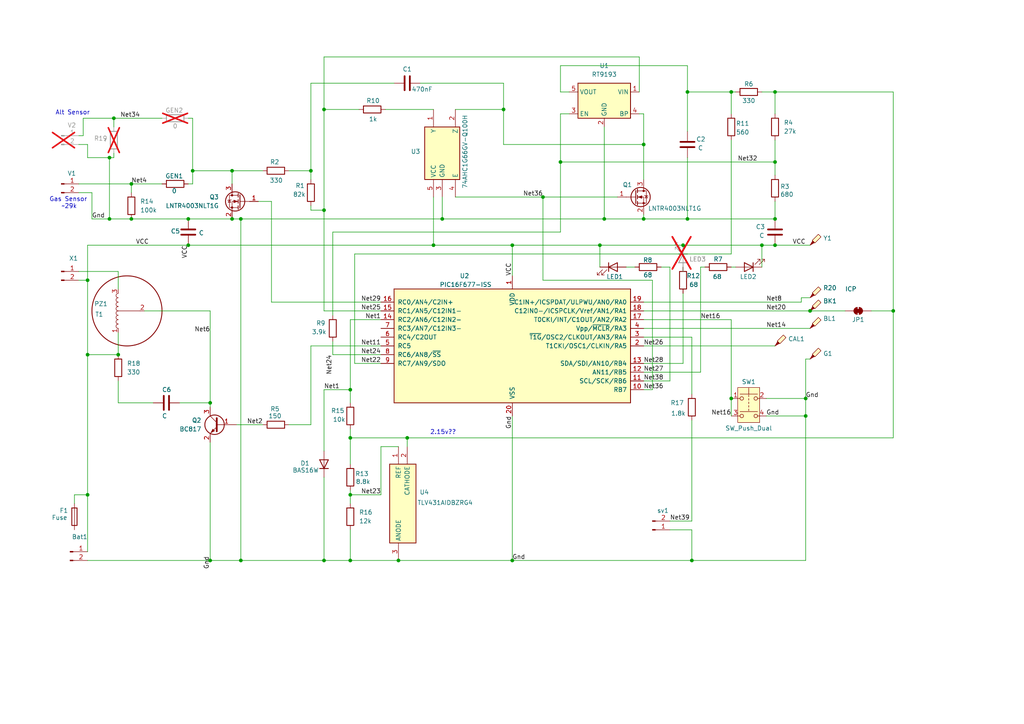
<source format=kicad_sch>
(kicad_sch (version 20231120) (generator "eeschema") (generator_version "8.0")
  (paper "A4")
  (lib_symbols
    (symbol "AlarmLibrary:74AHC1G66GV-Q100H"
      (property "Reference" "U3" (at 11.176 -2.54 90))
      (property "Value" "74AHC1G66GV-Q100H" (at 13.208 -2.286 90))
      (symbol "74AHC1G66GV-Q100H_1_1"
        (rectangle (start 5.08 2.54) (end 20.32 -7.62) (stroke (width 0.254)) (fill (type background)))
        (pin passive line (at 0 0 0) (length 5.08) (name "Y") (number "1"))
        (pin passive line (at 0 -6.35 0) (length 5.08) (name "Z") (number "2"))
        (pin passive line (at 25.4 -2.54 180) (length 5.08) (name "GND") (number "3"))
        (pin passive line (at 25.4 -6.35 180) (length 5.08) (name "E") (number "4"))
        (pin passive line (at 25.4 0 180) (length 5.08) (name "VCC") (number "5"))
      )
    )
    (symbol "AlarmLibrary:LNTR4003NLT1G" (pin_names hide)
      (property "Reference" "Q" (at 5.08 1.905 0))
      (property "Value" "LNTR4003NLT1G" (at 5.08 0 0))
      (symbol "LNTR4003NLT1G_0_1"
        (polyline (pts (xy 0.254 0) (xy -2.54 0)))
        (polyline (pts (xy 0.254 1.905) (xy 0.254 -1.905)) (stroke (width 0.254)))
        (polyline (pts (xy 0.762 -1.27) (xy 0.762 -2.286)) (stroke (width 0.254)))
        (polyline (pts (xy 0.762 0.508) (xy 0.762 -0.508)) (stroke (width 0.254)))
        (polyline (pts (xy 0.762 2.286) (xy 0.762 1.27)) (stroke (width 0.254)))
        (polyline (pts (xy 2.54 2.54) (xy 2.54 1.778)))
        (polyline (pts (xy 2.54 -2.54) (xy 2.54 0) (xy 0.762 0)))
        (polyline (pts (xy 0.762 -1.778) (xy 3.302 -1.778) (xy 3.302 1.778) (xy 0.762 1.778)))
        (polyline (pts (xy 1.016 0) (xy 2.032 0.381) (xy 2.032 -0.381) (xy 1.016 0)) (fill (type outline)))
        (polyline (pts (xy 2.794 0.508) (xy 2.921 0.381) (xy 3.683 0.381) (xy 3.81 0.254)))
        (polyline (pts (xy 3.302 0.381) (xy 2.921 -0.254) (xy 3.683 -0.254) (xy 3.302 0.381)))
        (circle (center 1.651 0) (radius 2.794) (stroke (width 0.254)))
        (circle (center 2.54 -1.778) (radius 0.254) (fill (type outline)))
        (circle (center 2.54 1.778) (radius 0.254) (fill (type outline)))
      )
      (symbol "LNTR4003NLT1G_1_1"
        (pin input line (at -5.08 0 0) (length 2.54) (name "G") (number "1"))
        (pin passive line (at 2.54 -5.08 90) (length 2.54) (name "S") (number "2"))
        (pin passive line (at 2.54 5.08 270) (length 2.54) (name "D") (number "3"))
      )
    )
    (symbol "AlarmLibrary:PZ1" (pin_names (offset 0) hide)
      (property "Reference" "T" (at -3.302 5.334 0))
      (property "Value" "PZ1" (at -5.08 3.048 0))
      (symbol "PZ1_0_1"
        (polyline (pts (xy -3.81 0) (xy 2.54 0)))
        (circle (center 0 0) (radius 10.16) (stroke (width 0.254)))
        (arc (start 2.54 -5.08) (mid 3.1723 -4.445) (end 2.54 -3.81))
        (arc (start 2.54 -3.81) (mid 3.1723 -3.175) (end 2.54 -2.54))
        (arc (start 2.54 -2.54) (mid 3.1723 -1.905) (end 2.54 -1.27))
        (arc (start 2.54 -1.27) (mid 3.1723 -0.635) (end 2.54 0))
        (arc (start 2.54 0) (mid 3.1723 0.635) (end 2.54 1.27))
        (arc (start 2.54 1.27) (mid 3.1723 1.905) (end 2.54 2.54))
        (arc (start 2.54 2.54) (mid 3.1723 3.175) (end 2.54 3.81))
        (arc (start 2.54 3.81) (mid 3.1723 4.445) (end 2.54 5.08))
      )
      (symbol "PZ1_1_1"
        (pin passive line (at 2.54 6.35 270) (length 1.27) (name "1") (number "1"))
        (pin passive line (at -5.08 0 0) (length 1.27) (name "2") (number "2"))
        (pin passive line (at 2.54 -6.35 90) (length 1.27) (name "3") (number "3"))
      )
    )
    (symbol "AlarmLibrary:RT9193"
      (property "Reference" "U" (at 0 10.16 0))
      (property "Value" "RT9193" (at 0 7.62 0))
      (symbol "RT9193_0_1"
        (rectangle (start -7.62 5.08) (end 7.62 -5.08) (stroke (width 0.254)) (fill (type background)))
      )
      (symbol "RT9193_1_1"
        (pin power_in line (at 10.16 2.54 180) (length 2.54) (name "VIN") (number "1"))
        (pin power_in line (at 0 -7.62 90) (length 2.54) (name "GND") (number "2"))
        (pin input line (at -10.16 -3.81 0) (length 2.54) (name "EN") (number "3"))
        (pin passive line (at 10.16 -3.81 180) (length 2.54) (name "BP") (number "4"))
        (pin power_out line (at -10.16 2.54 0) (length 2.54) (name "VOUT") (number "5"))
      )
    )
    (symbol "Connector:Conn_01x02_Pin" (pin_names (offset 1.016) hide)
      (property "Reference" "J" (at 0 2.54 0))
      (property "Value" "Conn_01x02_Pin" (at 0 -5.08 0))
      (symbol "Conn_01x02_Pin_1_1"
        (polyline (pts (xy 1.27 -2.54) (xy 0.8636 -2.54)) (stroke (width 0.1524)))
        (polyline (pts (xy 1.27 0) (xy 0.8636 0)) (stroke (width 0.1524)))
        (rectangle (start 0.8636 -2.413) (end 0 -2.667) (stroke (width 0.1524)) (fill (type outline)))
        (rectangle (start 0.8636 0.127) (end 0 -0.127) (stroke (width 0.1524)) (fill (type outline)))
        (pin passive line (at 5.08 0 180) (length 3.81) (name "Pin_1") (number "1"))
        (pin passive line (at 5.08 -2.54 180) (length 3.81) (name "Pin_2") (number "2"))
      )
    )
    (symbol "Connector:TestPoint_Probe" (pin_numbers hide) (pin_names (offset 0.762) hide)
      (property "Reference" "TP" (at 1.651 5.842 0))
      (property "Value" "TestPoint_Probe" (at 1.651 4.064 0))
      (symbol "TestPoint_Probe_0_1"
        (polyline (pts (xy 1.27 0.762) (xy 0 0) (xy 0.762 1.27) (xy 1.27 0.762)) (fill (type outline)))
        (polyline (pts (xy 1.397 0.635) (xy 0.635 1.397) (xy 2.413 3.175) (xy 3.175 2.413) (xy 1.397 0.635)) (fill (type background)))
      )
      (symbol "TestPoint_Probe_1_1"
        (pin passive line (at 0 0 90) (length 0) (name "1") (number "1"))
      )
    )
    (symbol "Device:C" (pin_numbers hide) (pin_names (offset 0.254))
      (property "Reference" "C" (at 0.635 2.54 0))
      (property "Value" "C" (at 0.635 -2.54 0))
      (symbol "C_0_1"
        (polyline (pts (xy -2.032 -0.762) (xy 2.032 -0.762)) (stroke (width 0.508)))
        (polyline (pts (xy -2.032 0.762) (xy 2.032 0.762)) (stroke (width 0.508)))
      )
      (symbol "C_1_1"
        (pin passive line (at 0 3.81 270) (length 2.794) (name "~") (number "1"))
        (pin passive line (at 0 -3.81 90) (length 2.794) (name "~") (number "2"))
      )
    )
    (symbol "Device:Fuse" (pin_numbers hide) (pin_names (offset 0))
      (property "Reference" "F" (at 2.032 0 90))
      (property "Value" "Fuse" (at -1.905 0 90))
      (symbol "Fuse_0_1"
        (rectangle (start -0.762 -2.54) (end 0.762 2.54) (stroke (width 0.254)))
        (polyline (pts (xy 0 2.54) (xy 0 -2.54)))
      )
      (symbol "Fuse_1_1"
        (pin passive line (at 0 3.81 270) (length 1.27) (name "~") (number "1"))
        (pin passive line (at 0 -3.81 90) (length 1.27) (name "~") (number "2"))
      )
    )
    (symbol "Device:LED" (pin_numbers hide) (pin_names (offset 1.016) hide)
      (property "Reference" "D" (at 0 2.54 0))
      (property "Value" "LED" (at 0 -2.54 0))
      (symbol "LED_0_1"
        (polyline (pts (xy -1.27 -1.27) (xy -1.27 1.27)) (stroke (width 0.254)))
        (polyline (pts (xy -1.27 0) (xy 1.27 0)))
        (polyline (pts (xy 1.27 -1.27) (xy 1.27 1.27) (xy -1.27 0) (xy 1.27 -1.27)) (stroke (width 0.254)))
        (polyline (pts (xy -3.048 -0.762) (xy -4.572 -2.286) (xy -3.81 -2.286) (xy -4.572 -2.286) (xy -4.572 -1.524)))
        (polyline (pts (xy -1.778 -0.762) (xy -3.302 -2.286) (xy -2.54 -2.286) (xy -3.302 -2.286) (xy -3.302 -1.524)))
      )
      (symbol "LED_1_1"
        (pin passive line (at -3.81 0 0) (length 2.54) (name "K") (number "1"))
        (pin passive line (at 3.81 0 180) (length 2.54) (name "A") (number "2"))
      )
    )
    (symbol "Device:R" (pin_numbers hide) (pin_names (offset 0))
      (property "Reference" "R" (at 2.032 0 90))
      (property "Value" "R" (at 0 0 90))
      (symbol "R_0_1"
        (rectangle (start -1.016 -2.54) (end 1.016 2.54) (stroke (width 0.254)))
      )
      (symbol "R_1_1"
        (pin passive line (at 0 3.81 270) (length 1.27) (name "~") (number "1"))
        (pin passive line (at 0 -3.81 90) (length 1.27) (name "~") (number "2"))
      )
    )
    (symbol "Diode:BAS16W" (pin_numbers hide) (pin_names hide)
      (property "Reference" "D" (at 0 2.54 0))
      (property "Value" "BAS16W" (at 0 -2.54 0))
      (symbol "BAS16W_0_1"
        (polyline (pts (xy -1.27 1.27) (xy -1.27 -1.27)) (stroke (width 0.254)))
        (polyline (pts (xy 1.27 0) (xy -1.27 0)))
        (polyline (pts (xy 1.27 1.27) (xy 1.27 -1.27) (xy -1.27 0) (xy 1.27 1.27)) (stroke (width 0.254)))
      )
      (symbol "BAS16W_1_1"
        (pin passive line (at 3.81 0 180) (length 2.54) (name "A") (number "1"))
        (pin no_connect line (at -1.27 0 0) (length 2.54) hide (name "NC") (number "2"))
        (pin passive line (at -3.81 0 0) (length 2.54) (name "K") (number "3"))
      )
    )
    (symbol "Jumper:SolderJumper_2_Bridged" (pin_numbers hide) (pin_names (offset 0) hide) (exclude_from_sim yes) (in_bom no)
      (property "Reference" "JP" (at 0 2.032 0))
      (property "Value" "SolderJumper_2_Bridged" (at 0 -2.54 0))
      (symbol "SolderJumper_2_Bridged_0_1"
        (rectangle (start -0.508 0.508) (end 0.508 -0.508) (fill (type outline)))
        (arc (start -0.254 1.016) (mid -1.2656 0) (end -0.254 -1.016))
        (arc (start -0.254 1.016) (mid -1.2656 0) (end -0.254 -1.016) (fill (type outline)))
        (polyline (pts (xy -0.254 1.016) (xy -0.254 -1.016)))
        (polyline (pts (xy 0.254 1.016) (xy 0.254 -1.016)))
        (arc (start 0.254 -1.016) (mid 1.2656 0) (end 0.254 1.016))
        (arc (start 0.254 -1.016) (mid 1.2656 0) (end 0.254 1.016) (fill (type outline)))
      )
      (symbol "SolderJumper_2_Bridged_1_1"
        (pin passive line (at -3.81 0 0) (length 2.54) (name "A") (number "1"))
        (pin passive line (at 3.81 0 180) (length 2.54) (name "B") (number "2"))
      )
    )
    (symbol "MCU_Microchip_PIC16:PIC16F677-ISS" (pin_names (offset 1.016))
      (property "Reference" "U" (at 16.51 20.32 0))
      (property "Value" "PIC16F677-ISS" (at 16.51 17.78 0))
      (symbol "PIC16F677-ISS_0_1"
        (rectangle (start -34.29 16.51) (end 34.29 -16.51) (stroke (width 0.254)) (fill (type background)))
      )
      (symbol "PIC16F677-ISS_1_1"
        (pin power_in line (at 0 20.32 270) (length 3.81) (name "VDD") (number "1"))
        (pin bidirectional line (at 38.1 -12.7 180) (length 3.81) (name "RB7") (number "10"))
        (pin bidirectional line (at 38.1 -10.16 180) (length 3.81) (name "SCL/SCK/RB6") (number "11"))
        (pin bidirectional line (at 38.1 -7.62 180) (length 3.81) (name "AN11/RB5") (number "12"))
        (pin bidirectional line (at 38.1 -5.08 180) (length 3.81) (name "SDA/SDI/AN10/RB4") (number "13"))
        (pin bidirectional line (at -38.1 7.62 0) (length 3.81) (name "RC2/AN6/C12IN2-") (number "14"))
        (pin bidirectional line (at -38.1 10.16 0) (length 3.81) (name "RC1/AN5/C12IN1-") (number "15"))
        (pin bidirectional line (at -38.1 12.7 0) (length 3.81) (name "RC0/AN4/C2IN+") (number "16"))
        (pin bidirectional line (at 38.1 7.62 180) (length 3.81) (name "T0CKI/INT/C1OUT/AN2/RA2") (number "17"))
        (pin bidirectional line (at 38.1 10.16 180) (length 3.81) (name "C12IN0-/ICSPCLK/Vref/AN1/RA1") (number "18"))
        (pin bidirectional line (at 38.1 12.7 180) (length 3.81) (name "C1IN+/ICSPDAT/ULPWU/AN0/RA0") (number "19"))
        (pin bidirectional line (at 38.1 0 180) (length 3.81) (name "T1CKI/OSC1/CLKIN/RA5") (number "2"))
        (pin power_in line (at 0 -20.32 90) (length 3.81) (name "VSS") (number "20"))
        (pin bidirectional line (at 38.1 2.54 180) (length 3.81) (name "~{T1G}/OSC2/CLKOUT/AN3/RA4") (number "3"))
        (pin input line (at 38.1 5.08 180) (length 3.81) (name "Vpp/~{MCLR}/RA3") (number "4"))
        (pin bidirectional line (at -38.1 0 0) (length 3.81) (name "RC5") (number "5"))
        (pin bidirectional line (at -38.1 2.54 0) (length 3.81) (name "RC4/C2OUT") (number "6"))
        (pin bidirectional line (at -38.1 5.08 0) (length 3.81) (name "RC3/AN7/C12IN3-") (number "7"))
        (pin bidirectional line (at -38.1 -2.54 0) (length 3.81) (name "RC6/AN8/~{SS}") (number "8"))
        (pin bidirectional line (at -38.1 -5.08 0) (length 3.81) (name "RC7/AN9/SDO") (number "9"))
      )
    )
    (symbol "Switch:SW_Push_Dual" (pin_names (offset 1.016) hide)
      (property "Reference" "SW" (at 0 7.62 0))
      (property "Value" "SW_Push_Dual" (at 0 -6.35 0))
      (symbol "SW_Push_Dual_0_1"
        (circle (center -2.032 -2.54) (radius 0.508))
        (circle (center -2.032 2.54) (radius 0.508))
        (polyline (pts (xy 0 -0.508) (xy 0 -1.016)))
        (polyline (pts (xy 0 0.508) (xy 0 0)))
        (polyline (pts (xy 0 1.016) (xy 0 1.524)))
        (polyline (pts (xy 0 2.032) (xy 0 2.54)))
        (polyline (pts (xy 0 3.048) (xy 0 3.556)))
        (polyline (pts (xy 0 3.81) (xy 0 5.588)))
        (polyline (pts (xy 2.54 -1.27) (xy -2.54 -1.27)))
        (polyline (pts (xy 2.54 3.81) (xy -2.54 3.81)))
        (circle (center 2.032 -2.54) (radius 0.508))
        (circle (center 2.032 2.54) (radius 0.508))
        (pin passive line (at -5.08 2.54 0) (length 2.54) (name "1") (number "1"))
        (pin passive line (at 5.08 2.54 180) (length 2.54) (name "2") (number "2"))
        (pin passive line (at -5.08 -2.54 0) (length 2.54) (name "3") (number "3"))
        (pin passive line (at 5.08 -2.54 180) (length 2.54) (name "4") (number "4"))
      )
      (symbol "SW_Push_Dual_1_1"
        (rectangle (start -3.175 5.715) (end 3.175 -4.445) (fill (type background)))
      )
    )
    (symbol "Transistor_BJT:BC817" (pin_names (offset 0) hide)
      (property "Reference" "Q" (at 5.08 1.905 0))
      (property "Value" "BC817" (at 5.08 0 0))
      (symbol "BC817_0_1"
        (polyline (pts (xy 0.635 0.635) (xy 2.54 2.54)))
        (polyline (pts (xy 0.635 -0.635) (xy 2.54 -2.54) (xy 2.54 -2.54)))
        (polyline (pts (xy 0.635 1.905) (xy 0.635 -1.905) (xy 0.635 -1.905)) (stroke (width 0.508)))
        (polyline (pts (xy 1.27 -1.778) (xy 1.778 -1.27) (xy 2.286 -2.286) (xy 1.27 -1.778) (xy 1.27 -1.778)) (fill (type outline)))
        (circle (center 1.27 0) (radius 2.8194) (stroke (width 0.254)))
      )
      (symbol "BC817_1_1"
        (pin input line (at -5.08 0 0) (length 5.715) (name "B") (number "1"))
        (pin passive line (at 2.54 -5.08 90) (length 2.54) (name "E") (number "2"))
        (pin passive line (at 2.54 5.08 270) (length 2.54) (name "C") (number "3"))
      )
    )
    (symbol "YA1U:TLV431AIDBZRG4"
      (property "Reference" "IC" (at 29.21 7.62 0))
      (property "Value" "TLV431AIDBZRG4" (at 29.21 5.08 0))
      (symbol "TLV431AIDBZRG4_1_1"
        (rectangle (start 5.08 2.54) (end 27.94 -5.08) (stroke (width 0.254)) (fill (type background)))
        (pin passive line (at 0 0 0) (length 5.08) (name "REF") (number "1"))
        (pin passive line (at 0 -2.54 0) (length 5.08) (name "CATHODE") (number "2"))
        (pin passive line (at 33.02 0 180) (length 5.08) (name "ANODE") (number "3"))
      )
    )
  )
  (junction (at 175.26 63.5))
  (junction (at 224.79 63.5))
  (junction (at 93.98 31.75))
  (junction (at 67.31 63.5))
  (junction (at 220.98 71.12))
  (junction (at 157.48 57.15))
  (junction (at 55.88 49.53))
  (junction (at 54.61 63.5))
  (junction (at 224.79 46.99))
  (junction (at 93.98 60.96))
  (junction (at 234.95 90.17))
  (junction (at 128.27 63.5))
  (junction (at 25.4 143.51))
  (junction (at 146.05 31.75))
  (junction (at 34.29 102.87))
  (junction (at 101.6 127))
  (junction (at 148.59 71.12))
  (junction (at 31.75 63.5))
  (junction (at 212.09 26.67))
  (junction (at 25.4 81.28))
  (junction (at 233.68 115.57))
  (junction (at 200.66 162.56))
  (junction (at 90.17 49.53))
  (junction (at 212.09 115.57))
  (junction (at 186.69 63.5))
  (junction (at 199.39 63.5))
  (junction (at 115.57 162.56))
  (junction (at 199.39 26.67))
  (junction (at 93.98 162.56))
  (junction (at 38.1 63.5))
  (junction (at 60.96 162.56))
  (junction (at 233.68 120.65))
  (junction (at 33.02 34.29))
  (junction (at 198.12 71.12))
  (junction (at 60.96 116.84))
  (junction (at 67.31 49.53))
  (junction (at 25.4 102.87))
  (junction (at 101.6 143.51))
  (junction (at 54.61 71.12))
  (junction (at 125.73 71.12))
  (junction (at 162.56 46.99))
  (junction (at 224.79 26.67))
  (junction (at 118.11 127))
  (junction (at 38.1 53.34))
  (junction (at 148.59 162.56))
  (junction (at 101.6 162.56))
  (junction (at 186.69 41.91))
  (junction (at 69.85 63.5))
  (junction (at 31.75 45.72))
  (junction (at 224.79 71.12))
  (junction (at 69.85 162.56))
  (junction (at 259.08 90.17))
  (junction (at 173.99 71.12))
  (junction (at 101.6 113.03))
  (wire (pts (xy 54.61 71.12) (xy 125.73 71.12)))
  (wire (pts (xy 200.66 121.92) (xy 200.66 151.13)))
  (wire (pts (xy 118.11 127) (xy 118.11 129.54)))
  (wire (pts (xy 60.96 90.17) (xy 60.96 116.84)))
  (wire (pts (xy 101.6 162.56) (xy 115.57 162.56)))
  (wire (pts (xy 186.69 63.5) (xy 175.26 63.5)))
  (wire (pts (xy 68.58 123.19) (xy 76.2 123.19)))
  (wire (pts (xy 22.86 53.34) (xy 38.1 53.34)))
  (wire (pts (xy 198.12 78.74) (xy 198.12 77.47)))
  (wire (pts (xy 67.31 49.53) (xy 76.2 49.53)))
  (wire (pts (xy 90.17 100.33) (xy 110.49 100.33)))
  (wire (pts (xy 186.69 113.03) (xy 189.23 113.03)))
  (wire (pts (xy 21.59 146.05) (xy 21.59 143.51)))
  (wire (pts (xy 67.31 63.5) (xy 69.85 63.5)))
  (wire (pts (xy 259.08 90.17) (xy 259.08 127)))
  (wire (pts (xy 194.31 153.67) (xy 200.66 153.67)))
  (wire (pts (xy 93.98 31.75) (xy 104.14 31.75)))
  (wire (pts (xy 162.56 46.99) (xy 224.79 46.99)))
  (wire (pts (xy 186.69 41.91) (xy 186.69 33.02)))
  (wire (pts (xy 186.69 62.23) (xy 186.69 63.5)))
  (wire (pts (xy 121.92 24.13) (xy 146.05 24.13)))
  (wire (pts (xy 90.17 49.53) (xy 90.17 52.07)))
  (wire (pts (xy 186.69 92.71) (xy 212.09 92.71)))
  (wire (pts (xy 83.82 123.19) (xy 90.17 123.19)))
  (wire (pts (xy 146.05 31.75) (xy 146.05 41.91)))
  (wire (pts (xy 25.4 102.87) (xy 25.4 143.51)))
  (wire (pts (xy 55.88 53.34) (xy 54.61 53.34)))
  (wire (pts (xy 128.27 63.5) (xy 175.26 63.5)))
  (wire (pts (xy 173.99 71.12) (xy 148.59 71.12)))
  (wire (pts (xy 111.76 31.75) (xy 125.73 31.75)))
  (wire (pts (xy 110.49 105.41) (xy 102.87 105.41)))
  (wire (pts (xy 252.73 90.17) (xy 259.08 90.17)))
  (wire (pts (xy 118.11 127) (xy 259.08 127)))
  (wire (pts (xy 175.26 36.83) (xy 175.26 63.5)))
  (wire (pts (xy 194.31 110.49) (xy 186.69 110.49)))
  (wire (pts (xy 101.6 127) (xy 118.11 127)))
  (wire (pts (xy 212.09 115.57) (xy 212.09 120.65)))
  (wire (pts (xy 199.39 19.05) (xy 162.56 19.05)))
  (wire (pts (xy 24.13 34.29) (xy 33.02 34.29)))
  (wire (pts (xy 25.4 45.72) (xy 31.75 45.72)))
  (wire (pts (xy 232.41 87.63) (xy 232.41 86.36)))
  (wire (pts (xy 25.4 71.12) (xy 54.61 71.12)))
  (wire (pts (xy 212.09 73.66) (xy 212.09 40.64)))
  (wire (pts (xy 22.86 78.74) (xy 34.29 78.74)))
  (wire (pts (xy 93.98 60.96) (xy 93.98 90.17)))
  (wire (pts (xy 189.23 113.03) (xy 189.23 81.28)))
  (wire (pts (xy 69.85 63.5) (xy 128.27 63.5)))
  (wire (pts (xy 224.79 63.5) (xy 199.39 63.5)))
  (wire (pts (xy 186.69 63.5) (xy 199.39 63.5)))
  (wire (pts (xy 101.6 124.46) (xy 101.6 127)))
  (wire (pts (xy 33.02 34.29) (xy 33.02 36.83)))
  (wire (pts (xy 96.52 99.06) (xy 96.52 102.87)))
  (wire (pts (xy 224.79 46.99) (xy 224.79 50.8)))
  (wire (pts (xy 200.66 97.79) (xy 186.69 97.79)))
  (wire (pts (xy 162.56 26.67) (xy 165.1 26.67)))
  (wire (pts (xy 21.59 143.51) (xy 25.4 143.51)))
  (wire (pts (xy 96.52 67.31) (xy 162.56 67.31)))
  (wire (pts (xy 93.98 138.43) (xy 93.98 162.56)))
  (wire (pts (xy 199.39 26.67) (xy 199.39 19.05)))
  (wire (pts (xy 212.09 77.47) (xy 213.36 77.47)))
  (wire (pts (xy 31.75 45.72) (xy 31.75 63.5)))
  (wire (pts (xy 185.42 26.67) (xy 185.42 16.51)))
  (wire (pts (xy 55.88 49.53) (xy 55.88 53.34)))
  (wire (pts (xy 101.6 153.67) (xy 101.6 162.56)))
  (wire (pts (xy 101.6 142.24) (xy 101.6 143.51)))
  (wire (pts (xy 110.49 129.54) (xy 110.49 143.51)))
  (wire (pts (xy 185.42 16.51) (xy 93.98 16.51)))
  (wire (pts (xy 220.98 71.12) (xy 198.12 71.12)))
  (wire (pts (xy 234.95 90.17) (xy 245.11 90.17)))
  (wire (pts (xy 220.98 71.12) (xy 224.79 71.12)))
  (wire (pts (xy 157.48 57.15) (xy 157.48 81.28)))
  (wire (pts (xy 233.68 115.57) (xy 222.25 115.57)))
  (wire (pts (xy 224.79 26.67) (xy 259.08 26.67)))
  (wire (pts (xy 83.82 49.53) (xy 90.17 49.53)))
  (wire (pts (xy 60.96 162.56) (xy 69.85 162.56)))
  (wire (pts (xy 101.6 116.84) (xy 101.6 113.03)))
  (wire (pts (xy 26.67 63.5) (xy 26.67 55.88)))
  (wire (pts (xy 128.27 57.15) (xy 128.27 63.5)))
  (wire (pts (xy 78.74 87.63) (xy 110.49 87.63)))
  (wire (pts (xy 148.59 162.56) (xy 200.66 162.56)))
  (wire (pts (xy 41.91 90.17) (xy 60.96 90.17)))
  (wire (pts (xy 132.08 57.15) (xy 157.48 57.15)))
  (wire (pts (xy 148.59 120.65) (xy 148.59 162.56)))
  (wire (pts (xy 55.88 49.53) (xy 67.31 49.53)))
  (wire (pts (xy 200.66 162.56) (xy 233.68 162.56)))
  (wire (pts (xy 96.52 67.31) (xy 96.52 91.44)))
  (wire (pts (xy 38.1 53.34) (xy 46.99 53.34)))
  (wire (pts (xy 259.08 26.67) (xy 259.08 90.17)))
  (wire (pts (xy 146.05 24.13) (xy 146.05 31.75)))
  (wire (pts (xy 52.07 116.84) (xy 60.96 116.84)))
  (wire (pts (xy 90.17 123.19) (xy 90.17 100.33)))
  (wire (pts (xy 173.99 71.12) (xy 173.99 77.47)))
  (wire (pts (xy 78.74 58.42) (xy 74.93 58.42)))
  (wire (pts (xy 31.75 63.5) (xy 26.67 63.5)))
  (wire (pts (xy 224.79 71.12) (xy 234.95 71.12)))
  (wire (pts (xy 220.98 71.12) (xy 220.98 77.47)))
  (wire (pts (xy 25.4 102.87) (xy 34.29 102.87)))
  (wire (pts (xy 93.98 113.03) (xy 101.6 113.03)))
  (wire (pts (xy 34.29 96.52) (xy 34.29 102.87)))
  (wire (pts (xy 194.31 151.13) (xy 200.66 151.13)))
  (wire (pts (xy 55.88 34.29) (xy 55.88 49.53)))
  (wire (pts (xy 186.69 95.25) (xy 234.95 95.25)))
  (wire (pts (xy 198.12 85.09) (xy 198.12 105.41)))
  (wire (pts (xy 67.31 49.53) (xy 67.31 53.34)))
  (wire (pts (xy 25.4 143.51) (xy 25.4 160.02)))
  (wire (pts (xy 96.52 102.87) (xy 110.49 102.87)))
  (wire (pts (xy 189.23 81.28) (xy 157.48 81.28)))
  (wire (pts (xy 194.31 77.47) (xy 191.77 77.47)))
  (wire (pts (xy 199.39 45.72) (xy 199.39 63.5)))
  (wire (pts (xy 233.68 115.57) (xy 233.68 120.65)))
  (wire (pts (xy 24.13 39.37) (xy 22.86 39.37)))
  (wire (pts (xy 232.41 86.36) (xy 234.95 86.36)))
  (wire (pts (xy 54.61 63.5) (xy 67.31 63.5)))
  (wire (pts (xy 220.98 26.67) (xy 224.79 26.67)))
  (wire (pts (xy 90.17 59.69) (xy 90.17 60.96)))
  (wire (pts (xy 186.69 100.33) (xy 224.79 100.33)))
  (wire (pts (xy 212.09 92.71) (xy 212.09 115.57)))
  (wire (pts (xy 101.6 143.51) (xy 110.49 143.51)))
  (wire (pts (xy 224.79 58.42) (xy 224.79 63.5)))
  (wire (pts (xy 25.4 81.28) (xy 25.4 102.87)))
  (wire (pts (xy 25.4 71.12) (xy 25.4 81.28)))
  (wire (pts (xy 186.69 52.07) (xy 186.69 41.91)))
  (wire (pts (xy 186.69 107.95) (xy 203.2 107.95)))
  (wire (pts (xy 199.39 26.67) (xy 199.39 38.1)))
  (wire (pts (xy 22.86 41.91) (xy 25.4 41.91)))
  (wire (pts (xy 60.96 118.11) (xy 60.96 116.84)))
  (wire (pts (xy 101.6 92.71) (xy 110.49 92.71)))
  (wire (pts (xy 115.57 162.56) (xy 148.59 162.56)))
  (wire (pts (xy 60.96 128.27) (xy 60.96 162.56)))
  (wire (pts (xy 25.4 162.56) (xy 60.96 162.56)))
  (wire (pts (xy 102.87 73.66) (xy 102.87 105.41)))
  (wire (pts (xy 162.56 33.02) (xy 165.1 33.02)))
  (wire (pts (xy 162.56 46.99) (xy 162.56 67.31)))
  (wire (pts (xy 24.13 34.29) (xy 24.13 39.37)))
  (wire (pts (xy 102.87 73.66) (xy 212.09 73.66)))
  (wire (pts (xy 200.66 97.79) (xy 200.66 114.3)))
  (wire (pts (xy 90.17 24.13) (xy 114.3 24.13)))
  (wire (pts (xy 25.4 81.28) (xy 22.86 81.28)))
  (wire (pts (xy 194.31 77.47) (xy 194.31 110.49)))
  (wire (pts (xy 31.75 63.5) (xy 38.1 63.5)))
  (wire (pts (xy 69.85 162.56) (xy 93.98 162.56)))
  (wire (pts (xy 203.2 77.47) (xy 204.47 77.47)))
  (wire (pts (xy 186.69 90.17) (xy 234.95 90.17)))
  (wire (pts (xy 34.29 78.74) (xy 34.29 83.82)))
  (wire (pts (xy 93.98 90.17) (xy 110.49 90.17)))
  (wire (pts (xy 212.09 26.67) (xy 213.36 26.67)))
  (wire (pts (xy 44.45 116.84) (xy 34.29 116.84)))
  (wire (pts (xy 125.73 71.12) (xy 148.59 71.12)))
  (wire (pts (xy 203.2 107.95) (xy 203.2 77.47)))
  (wire (pts (xy 110.49 129.54) (xy 115.57 129.54)))
  (wire (pts (xy 33.02 44.45) (xy 33.02 45.72)))
  (wire (pts (xy 93.98 162.56) (xy 101.6 162.56)))
  (wire (pts (xy 93.98 16.51) (xy 93.98 31.75)))
  (wire (pts (xy 181.61 77.47) (xy 184.15 77.47)))
  (wire (pts (xy 25.4 41.91) (xy 25.4 45.72)))
  (wire (pts (xy 33.02 34.29) (xy 46.99 34.29)))
  (wire (pts (xy 179.07 57.15) (xy 157.48 57.15)))
  (wire (pts (xy 233.68 104.14) (xy 233.68 115.57)))
  (wire (pts (xy 233.68 120.65) (xy 233.68 162.56)))
  (wire (pts (xy 199.39 26.67) (xy 212.09 26.67)))
  (wire (pts (xy 69.85 63.5) (xy 69.85 162.56)))
  (wire (pts (xy 222.25 120.65) (xy 233.68 120.65)))
  (wire (pts (xy 38.1 63.5) (xy 54.61 63.5)))
  (wire (pts (xy 101.6 143.51) (xy 101.6 146.05)))
  (wire (pts (xy 101.6 113.03) (xy 101.6 92.71)))
  (wire (pts (xy 200.66 153.67) (xy 200.66 162.56)))
  (wire (pts (xy 224.79 26.67) (xy 224.79 33.02)))
  (wire (pts (xy 55.88 34.29) (xy 54.61 34.29)))
  (wire (pts (xy 132.08 31.75) (xy 146.05 31.75)))
  (wire (pts (xy 90.17 24.13) (xy 90.17 49.53)))
  (wire (pts (xy 78.74 87.63) (xy 78.74 58.42)))
  (wire (pts (xy 125.73 57.15) (xy 125.73 71.12)))
  (wire (pts (xy 31.75 45.72) (xy 33.02 45.72)))
  (wire (pts (xy 186.69 87.63) (xy 232.41 87.63)))
  (wire (pts (xy 34.29 116.84) (xy 34.29 110.49)))
  (wire (pts (xy 185.42 33.02) (xy 186.69 33.02)))
  (wire (pts (xy 162.56 19.05) (xy 162.56 26.67)))
  (wire (pts (xy 93.98 31.75) (xy 93.98 60.96)))
  (wire (pts (xy 93.98 60.96) (xy 90.17 60.96)))
  (wire (pts (xy 148.59 71.12) (xy 148.59 80.01)))
  (wire (pts (xy 26.67 55.88) (xy 22.86 55.88)))
  (wire (pts (xy 38.1 53.34) (xy 38.1 55.88)))
  (wire (pts (xy 101.6 127) (xy 101.6 134.62)))
  (wire (pts (xy 233.68 104.14) (xy 234.95 104.14)))
  (wire (pts (xy 198.12 105.41) (xy 186.69 105.41)))
  (wire (pts (xy 146.05 41.91) (xy 186.69 41.91)))
  (wire (pts (xy 93.98 113.03) (xy 93.98 130.81)))
  (wire (pts (xy 173.99 71.12) (xy 198.12 71.12)))
  (wire (pts (xy 224.79 40.64) (xy 224.79 46.99)))
  (wire (pts (xy 212.09 26.67) (xy 212.09 33.02)))
  (wire (pts (xy 162.56 46.99) (xy 162.56 33.02)))
  (text "~29k" (at 20.066 59.944 0) (effects (font (size 1.27 1.27))))
  (text "Alt Sensor" (at 21.082 32.766 0) (effects (font (size 1.27 1.27))))
  (text "Gas Sensor" (at 19.812 57.912 0) (effects (font (size 1.27 1.27))))
  (text "2.15v??" (at 128.524 125.476 0) (effects (font (size 1.27 1.27))))
  (label "Net28" (at 186.69 105.41 0))
  (label "Net23" (at 110.49 143.51 180))
  (label "VCC" (at 148.59 80.01 90))
  (label "VCC" (at 54.61 71.12 270))
  (label "Net36" (at 186.69 113.03 0))
  (label "Net39" (at 194.31 151.13 0))
  (label "Net8" (at 222.25 87.63 0))
  (label "Net16" (at 203.2 92.71 0))
  (label "Net32" (at 219.71 46.99 180))
  (label "Net38" (at 186.69 110.49 0))
  (label "Net25" (at 110.49 90.17 180))
  (label "VCC" (at 39.37 71.12 0))
  (label "Net24" (at 96.52 102.87 270))
  (label "Net16" (at 212.09 120.65 180))
  (label "Gnd" (at 222.25 120.65 0))
  (label "Net6" (at 60.96 96.52 180))
  (label "Gnd" (at 233.68 115.57 0))
  (label "Net24" (at 110.49 102.87 180))
  (label "Net1" (at 110.49 92.71 180))
  (label "Gnd" (at 26.67 63.5 0))
  (label "Net14" (at 222.25 95.25 0))
  (label "Gnd" (at 60.96 161.29 270))
  (label "Net34" (at 40.64 34.29 180))
  (label "Gnd" (at 148.59 120.65 270))
  (label "Net26" (at 186.69 100.33 0))
  (label "Net29" (at 110.49 87.63 180))
  (label "Net22" (at 110.49 105.41 180))
  (label "Gnd" (at 148.59 162.56 0))
  (label "Net2" (at 76.2 123.19 180))
  (label "VCC" (at 233.68 71.12 180))
  (label "Net1" (at 93.98 113.03 0))
  (label "Net36" (at 157.48 57.15 180))
  (label "Net4" (at 38.1 53.34 0))
  (label "Net20" (at 222.25 90.17 0))
  (label "Net11" (at 110.49 100.33 180))
  (label "Net27" (at 186.69 107.95 0))
  (symbol (lib_id "Device:R") (at 90.17 55.88 180) (unit 1)
    (property "Reference" "R1" (at 88.392 53.848 0) (effects (justify left)))
    (property "Value" "82k" (at 88.646 56.388 0) (effects (justify left)))
    (property "Footprint" "Resistor_SMD:R_0402_1005Metric" (effects (hide yes)))
    (property "Description" "Resistor" (effects (hide yes)))
  )
  (symbol (lib_id "Device:C") (at 199.39 41.91 0) (unit 1)
    (property "Reference" "C2" (at 201.93 40.386 0) (effects (justify left)))
    (property "Value" "C" (at 202.438 42.926 0) (effects (justify left)))
    (property "Footprint" "Capacitor_SMD:C_0402_1005Metric_Pad0.74x0.62mm_HandSolder" (effects (hide yes)))
    (property "Description" "Unpolarized capacitor" (effects (hide yes)))
  )
  (symbol (lib_id "Device:LED") (at 217.17 77.47 180) (unit 1)
    (property "Reference" "LED2" (at 219.456 80.264 0) (effects (justify left)))
    (property "Value" "LED2" (effects (hide yes)))
    (property "Footprint" "LED_THT:LED_D5.0mm_Clear" (effects (hide yes)))
    (property "Description" "Light emitting diode" (effects (hide yes)))
  )
  (symbol (lib_id "AlarmLibrary:PZ1") (at 36.83 90.17 180) (unit 1)
    (property "Reference" "T1" (at 29.972 91.186 0) (effects (justify left)))
    (property "Value" "PZ1" (at 31.242 88.138 0) (effects (justify left)))
    (property "Footprint" "AlarmLibrary:PZ1 Radial 3 Pin" (effects (hide yes)))
  )
  (symbol (lib_id "Device:R") (at 187.96 77.47 270) (unit 1)
    (property "Reference" "R8" (at 189.23 75.438 90) (effects (justify right)))
    (property "Value" "68" (at 189.23 79.756 90) (effects (justify right)))
    (property "Footprint" "Resistor_SMD:R_0402_1005Metric" (effects (hide yes)))
    (property "Description" "Resistor" (effects (hide yes)))
  )
  (symbol (lib_id "Connector:TestPoint_Probe") (at 224.79 100.33 0) (unit 1)
    (property "Reference" "CAL1" (at 228.6 98.298 0) (effects (justify left)))
    (property "Value" "ICP" (effects (hide yes)))
    (property "Footprint" "TestPoint:TestPoint_Pad_D2.0mm" (effects (hide yes)))
    (property "Description" "test point (alternative probe-style design)" (effects (hide yes)))
  )
  (symbol (lib_id "Device:R") (at 96.52 95.25 0) (unit 1)
    (property "Reference" "R9" (at 91.694 93.726 0) (effects (justify left)))
    (property "Value" "3.9k" (at 90.424 96.266 0) (effects (justify left)))
    (property "Footprint" "Resistor_SMD:R_0402_1005Metric" (effects (hide yes)))
    (property "Description" "Resistor" (effects (hide yes)))
  )
  (symbol (lib_id "Connector:Conn_01x02_Pin") (at 17.78 78.74 0) (unit 1)
    (property "Reference" "X1" (at 21.336 74.93 0))
    (property "Value" "Conn_01x02_Pin" (effects (hide yes)))
    (property "Footprint" "Connector_Wire:SolderWire-0.75sqmm_1x02_P4.8mm_D1.25mm_OD2.3mm" (effects (hide yes)))
    (property "Description" "Generic connector, single row, 01x02, script generated" (effects (hide yes)))
  )
  (symbol (lib_id "Device:R") (at 224.79 36.83 180) (unit 1)
    (property "Reference" "R4" (at 227.33 35.5599 0) (effects (justify right)))
    (property "Value" "27k" (at 227.33 38.0999 0) (effects (justify right)))
    (property "Footprint" "Resistor_SMD:R_0402_1005Metric" (effects (hide yes)))
    (property "Description" "Resistor" (effects (hide yes)))
  )
  (symbol (lib_id "Jumper:SolderJumper_2_Bridged") (at 248.92 90.17 0) (unit 1) (exclude_from_sim yes) (in_bom no)
    (property "Reference" "JP1" (at 248.92 92.71 0))
    (property "Value" "SolderJumper_2_Bridged" (effects (hide yes)))
    (property "Footprint" "Jumper:SolderJumper-2_P1.3mm_Bridged_RoundedPad1.0x1.5mm" (effects (hide yes)))
    (property "Description" "Solder Jumper, 2-pole, closed/bridged" (effects (hide yes)))
  )
  (symbol (lib_id "Connector:Conn_01x02_Pin") (at 20.32 160.02 0) (unit 1)
    (property "Reference" "Bat1" (at 23.114 155.702 0))
    (property "Value" "Conn_01x02_Pin" (effects (hide yes)))
    (property "Footprint" "Connector_Wire:SolderWire-0.75sqmm_1x02_P4.8mm_D1.25mm_OD2.3mm" (effects (hide yes)))
    (property "Description" "Generic connector, single row, 01x02, script generated" (effects (hide yes)))
  )
  (symbol (lib_id "Device:C") (at 224.79 67.31 180) (unit 1)
    (property "Reference" "C3" (at 219.202 65.786 0) (effects (justify right)))
    (property "Value" "C" (at 220.218 68.326 0) (effects (justify right)))
    (property "Footprint" "Capacitor_SMD:C_0402_1005Metric_Pad0.74x0.62mm_HandSolder" (effects (hide yes)))
    (property "Description" "Unpolarized capacitor" (effects (hide yes)))
  )
  (symbol (lib_id "AlarmLibrary:LNTR4003NLT1G") (at 184.15 57.15 0) (unit 1)
    (property "Reference" "Q1" (at 180.594 53.594 0) (effects (justify left)))
    (property "Value" "LNTR4003NLT1G" (at 187.96 60.452 0) (effects (justify left)))
    (property "Footprint" "Package_TO_SOT_SMD:SOT-23" (effects (hide yes)))
    (property "Description" "50V Vds, 0.22A Id, N-Channel MOSFET, SOT-23" (effects (hide yes)))
  )
  (symbol (lib_id "AlarmLibrary:LNTR4003NLT1G") (at 69.85 58.42 0) (mirror y) (unit 1)
    (property "Reference" "Q3" (at 63.5 57.1499 0) (effects (justify left)))
    (property "Value" "LNTR4003NLT1G" (at 63.5 59.6899 0) (effects (justify left)))
    (property "Footprint" "Package_TO_SOT_SMD:SOT-23" (effects (hide yes)))
    (property "Description" "50V Vds, 0.22A Id, N-Channel MOSFET, SOT-23" (effects (hide yes)))
  )
  (symbol (lib_id "Device:R") (at 101.6 138.43 180) (unit 1)
    (property "Reference" "R13" (at 106.934 137.414 0) (effects (justify left)))
    (property "Value" "8.8k" (at 107.442 139.7 0) (effects (justify left)))
    (property "Footprint" "Resistor_SMD:R_0402_1005Metric" (effects (hide yes)))
    (property "Description" "Resistor" (effects (hide yes)))
  )
  (symbol (lib_id "Connector:TestPoint_Probe") (at 234.95 95.25 0) (unit 1)
    (property "Reference" "BL1" (at 238.76 92.3924 0) (effects (justify left)))
    (property "Value" "ICP" (effects (hide yes)))
    (property "Footprint" "TestPoint:TestPoint_Pad_D2.0mm" (effects (hide yes)))
    (property "Description" "test point (alternative probe-style design)" (effects (hide yes)))
  )
  (symbol (lib_id "Device:Fuse") (at 21.59 149.86 0) (unit 1)
    (property "Reference" "F1" (at 17.272 148.082 0) (effects (justify left)))
    (property "Value" "Fuse" (at 14.986 150.114 0) (effects (justify left)))
    (property "Footprint" "Fuse:Fuse_Littelfuse_395Series" (effects (hide yes)))
    (property "Description" "Fuse" (effects (hide yes)))
  )
  (symbol (lib_id "Connector:TestPoint_Probe") (at 234.95 90.17 0) (unit 1)
    (property "Reference" "BK1" (at 238.76 87.3124 0) (effects (justify left)))
    (property "Value" "ICP" (effects (hide yes)))
    (property "Footprint" "TestPoint:TestPoint_Pad_D2.0mm" (effects (hide yes)))
    (property "Description" "test point (alternative probe-style design)" (effects (hide yes)))
  )
  (symbol (lib_id "Device:R") (at 224.79 54.61 180) (unit 1)
    (property "Reference" "R3" (at 226.314 54.102 0) (effects (justify right)))
    (property "Value" "680" (at 226.314 56.388 0) (effects (justify right)))
    (property "Footprint" "Resistor_SMD:R_0402_1005Metric" (effects (hide yes)))
    (property "Description" "Resistor" (effects (hide yes)))
  )
  (symbol (lib_id "Device:R") (at 200.66 118.11 180) (unit 1)
    (property "Reference" "R17" (at 198.374 116.84 0) (effects (justify left)))
    (property "Value" "1.8k" (at 198.882 119.888 0) (effects (justify left)))
    (property "Footprint" "Resistor_SMD:R_0402_1005Metric" (effects (hide yes)))
    (property "Description" "Resistor" (effects (hide yes)))
  )
  (symbol (lib_id "Device:R") (at 208.28 77.47 270) (unit 1)
    (property "Reference" "R7" (at 208.28 75.184 90))
    (property "Value" "68" (at 208.026 80.264 90))
    (property "Footprint" "Resistor_SMD:R_0402_1005Metric" (effects (hide yes)))
    (property "Description" "Resistor" (effects (hide yes)))
  )
  (symbol (lib_id "Device:R") (at 101.6 149.86 0) (unit 1)
    (property "Reference" "R16" (at 104.14 148.5899 0) (effects (justify left)))
    (property "Value" "12k" (at 104.14 151.1299 0) (effects (justify left)))
    (property "Footprint" "Resistor_SMD:R_0402_1005Metric" (effects (hide yes)))
    (property "Description" "Resistor" (effects (hide yes)))
  )
  (symbol (lib_id "Device:R") (at 80.01 49.53 270) (unit 1)
    (property "Reference" "R2" (at 81.026 46.99 90) (effects (justify right)))
    (property "Value" "330" (at 82.042 52.324 90) (effects (justify right)))
    (property "Footprint" "Resistor_SMD:R_0402_1005Metric" (effects (hide yes)))
    (property "Description" "Resistor" (effects (hide yes)))
  )
  (symbol (lib_id "Device:R") (at 38.1 59.69 0) (unit 1)
    (property "Reference" "R14" (at 40.64 58.4199 0) (effects (justify left)))
    (property "Value" "100k" (at 40.64 60.9599 0) (effects (justify left)))
    (property "Footprint" "Resistor_SMD:R_0402_1005Metric" (effects (hide yes)))
    (property "Description" "Resistor" (effects (hide yes)))
  )
  (symbol (lib_id "AlarmLibrary:RT9193") (at 175.26 29.21 0) (unit 1)
    (property "Reference" "U1" (at 175.26 19.05 0))
    (property "Value" "RT9193" (at 175.26 21.59 0))
    (property "Footprint" "Package_TO_SOT_SMD:TSOT-23-5" (effects (hide yes)))
    (property "Description" "3A, Discharge, Active High EN, TSOT-23-5" (effects (hide yes)))
  )
  (symbol (lib_id "AlarmLibrary:74AHC1G66GV-Q100H") (at 125.73 31.75 90) (mirror x) (unit 1)
    (property "Reference" "U3" (at 121.92 43.942 90) (effects (justify left)))
    (property "Value" "74AHC1G66GV-Q100H" (at 134.874 33.274 0) (effects (justify left)))
    (property "Footprint" "74AHC1G66:SOT95P275X110-5N" (effects (hide yes)))
    (property "Datasheet" "https://assets.nexperia.com/documents/data-sheet/74AHC_AHCT1G66_Q100.pdf" (effects (hide yes)))
    (property "Description" "74AHC(T)1G66-Q100 - Single-pole single-throw analog switch@en-us" (effects (hide yes)))
    (property "Height" "1.1" (effects (hide yes)))
    (property "Manufacturer_Name" "Nexperia" (effects (hide yes)))
    (property "Manufacturer_Part_Number" "74AHC1G66GV-Q100H" (effects (hide yes)))
    (property "Mouser Part Number" "771-74AHC1G66GVQ100H" (effects (hide yes)))
    (property "Mouser Price/Stock" "https://www.mouser.co.uk/ProductDetail/Nexperia/74AHC1G66GV-Q100H?qs=d7b8vw%252BBfo2DilmknC63%252BQ%3D%3D" (effects (hide yes)))
  )
  (symbol (lib_id "Connector:Conn_01x02_Pin") (at 189.23 153.67 0) (mirror x) (unit 1)
    (property "Reference" "sv1" (at 192.278 148.082 0))
    (property "Value" "Conn_01x02_Pin" (effects (hide yes)))
    (property "Footprint" "Connector_Wire:SolderWire-0.75sqmm_1x02_P4.8mm_D1.25mm_OD2.3mm" (effects (hide yes)))
    (property "Description" "Generic connector, single row, 01x02, script generated" (effects (hide yes)))
  )
  (symbol (lib_id "Device:R") (at 101.6 120.65 0) (unit 1)
    (property "Reference" "R15" (at 96.012 119.126 0) (effects (justify left)))
    (property "Value" "10k" (at 96.52 121.666 0) (effects (justify left)))
    (property "Footprint" "Resistor_SMD:R_0402_1005Metric" (effects (hide yes)))
    (property "Description" "Resistor" (effects (hide yes)))
  )
  (symbol (lib_id "Connector:TestPoint_Probe") (at 234.95 104.14 0) (unit 1)
    (property "Reference" "G1" (at 238.76 102.5524 0) (effects (justify left)))
    (property "Value" "ICP" (effects (hide yes)))
    (property "Footprint" "TestPoint:TestPoint_Pad_D2.0mm" (effects (hide yes)))
    (property "Description" "test point (alternative probe-style design)" (effects (hide yes)))
  )
  (symbol (lib_id "Device:R") (at 34.29 106.68 0) (unit 1)
    (property "Reference" "R18" (at 36.83 105.4099 0) (effects (justify left)))
    (property "Value" "330" (at 36.83 107.9499 0) (effects (justify left)))
    (property "Footprint" "Resistor_SMD:R_0402_1005Metric" (effects (hide yes)))
    (property "Description" "Resistor" (effects (hide yes)))
  )
  (symbol (lib_id "Device:R") (at 198.12 81.28 0) (mirror y) (unit 1)
    (property "Reference" "R12" (at 199.136 80.01 0) (effects (justify right)))
    (property "Value" "68" (at 199.898 82.55 0) (effects (justify right)))
    (property "Footprint" "Resistor_SMD:R_0402_1005Metric" (effects (hide yes)))
    (property "Description" "Resistor" (effects (hide yes)))
  )
  (symbol (lib_id "Device:R") (at 50.8 53.34 90) (unit 1)
    (property "Reference" "GEN1" (at 50.546 51.054 90))
    (property "Value" "0" (at 50.546 55.372 90))
    (property "Footprint" "Resistor_SMD:R_0402_1005Metric" (effects (hide yes)))
    (property "Description" "Resistor" (effects (hide yes)))
  )
  (symbol (lib_id "Device:R") (at 80.01 123.19 270) (unit 1)
    (property "Reference" "R5" (at 79.756 118.618 90))
    (property "Value" "150" (at 79.756 120.65 90))
    (property "Footprint" "Resistor_SMD:R_0402_1005Metric" (effects (hide yes)))
    (property "Description" "Resistor" (effects (hide yes)))
  )
  (symbol (lib_id "Device:C") (at 48.26 116.84 270) (unit 1)
    (property "Reference" "C6" (at 46.99 113.03 90) (effects (justify left)))
    (property "Value" "C" (at 46.9901 120.65 90) (effects (justify left)))
    (property "Footprint" "Capacitor_SMD:C_0402_1005Metric_Pad0.74x0.62mm_HandSolder" (effects (hide yes)))
    (property "Description" "Unpolarized capacitor" (effects (hide yes)))
  )
  (symbol (lib_id "Connector:TestPoint_Probe") (at 234.95 86.36 0) (unit 1)
    (property "Reference" "R20" (at 238.76 83.5024 0) (effects (justify left)))
    (property "Value" "ICP" (at 245.11 83.82 0) (effects (justify left)))
    (property "Footprint" "TestPoint:TestPoint_Pad_D2.0mm" (effects (hide yes)))
    (property "Description" "test point (alternative probe-style design)" (effects (hide yes)))
  )
  (symbol (lib_id "Connector:Conn_01x02_Pin") (at 17.78 39.37 0) (unit 1) (dnp yes)
    (property "Reference" "V2" (at 20.828 36.322 0))
    (property "Value" "Conn_01x02_Pin" (effects (hide yes)))
    (property "Footprint" "Connector_Wire:SolderWire-0.75sqmm_1x02_P4.8mm_D1.25mm_OD2.3mm" (effects (hide yes)))
    (property "Description" "Generic connector, single row, 01x02, script generated" (effects (hide yes)))
  )
  (symbol (lib_id "Device:R") (at 212.09 36.83 180) (unit 1)
    (property "Reference" "R11" (at 215.392 35.814 0))
    (property "Value" "560" (at 215.392 38.354 0))
    (property "Footprint" "Resistor_SMD:R_0402_1005Metric" (effects (hide yes)))
    (property "Description" "Resistor" (effects (hide yes)))
  )
  (symbol (lib_id "Device:R") (at 107.95 31.75 90) (unit 1)
    (property "Reference" "R10" (at 108.204 29.21 90))
    (property "Value" "1k" (at 108.204 34.544 90))
    (property "Footprint" "Resistor_SMD:R_0402_1005Metric" (effects (hide yes)))
    (property "Description" "Resistor" (effects (hide yes)))
  )
  (symbol (lib_id "Device:LED") (at 177.8 77.47 0) (unit 1)
    (property "Reference" "LED1" (at 178.308 80.264 0))
    (property "Value" "LED1" (effects (hide yes)))
    (property "Footprint" "LED_THT:LED_D5.0mm_Clear" (effects (hide yes)))
    (property "Description" "Light emitting diode" (effects (hide yes)))
  )
  (symbol (lib_id "Switch:SW_Push_Dual") (at 217.17 118.11 0) (unit 1)
    (property "Reference" "SW1" (at 217.17 110.744 0))
    (property "Value" "SW_Push_Dual" (at 217.17 124.206 0))
    (property "Footprint" "Button_Switch_THT:SW_PUSH_6mm" (effects (hide yes)))
    (property "Description" "Push button switch, generic, symbol, four pins" (effects (hide yes)))
  )
  (symbol (lib_id "Device:C") (at 118.11 24.13 270) (unit 1)
    (property "Reference" "C1" (at 118.11 20.066 90))
    (property "Value" "470nF" (at 122.428 25.908 90))
    (property "Footprint" "Capacitor_THT:C_Rect_L7.0mm_W6.0mm_P5.00mm" (effects (hide yes)))
    (property "Description" "Unpolarized capacitor" (effects (hide yes)))
  )
  (symbol (lib_id "YA1U:TLV431AIDBZRG4") (at 115.57 129.54 90) (mirror x) (unit 1)
    (property "Reference" "U4" (at 124.46 142.748 90) (effects (justify left)))
    (property "Value" "TLV431AIDBZRG4" (at 137.16 145.796 90) (effects (justify left)))
    (property "Footprint" "YA1U:SOT95P237X112-3N" (effects (hide yes)))
    (property "Datasheet" "http://www.ti.com/lit/ds/symlink/tlv431a.pdf" (effects (hide yes)))
    (property "Description" "Voltage References Lo Vtg Adj Precision Shunt Regulator" (effects (hide yes)))
    (property "Height" "1.12" (effects (hide yes)))
    (property "Manufacturer_Name" "Texas Instruments" (effects (hide yes)))
    (property "Manufacturer_Part_Number" "TLV431AIDBZRG4" (effects (hide yes)))
    (property "Mouser Part Number" "595-TLV431AIDBZRG4" (effects (hide yes)))
    (property "Mouser Price/Stock" "https://www.mouser.co.uk/ProductDetail/Texas-Instruments/TLV431AIDBZRG4?qs=m96fseALk3UIUKnssoO4tA%3D%3D" (effects (hide yes)))
    (property "Arrow Part Number" "TLV431AIDBZRG4" (effects (hide yes)))
    (property "Arrow Price/Stock" "https://www.arrow.com/en/products/tlv431aidbzrg4/texas-instruments" (effects (hide yes)))
  )
  (symbol (lib_id "Connector:Conn_01x02_Pin") (at 17.78 53.34 0) (unit 1)
    (property "Reference" "V1" (at 20.828 50.292 0))
    (property "Value" "Conn_01x02_Pin" (effects (hide yes)))
    (property "Footprint" "Connector_Wire:SolderWire-0.75sqmm_1x02_P4.8mm_D1.25mm_OD2.3mm" (effects (hide yes)))
    (property "Description" "Generic connector, single row, 01x02, script generated" (effects (hide yes)))
  )
  (symbol (lib_id "Device:R") (at 33.02 40.64 0) (unit 1) (dnp yes)
    (property "Reference" "R19" (at 29.21 40.132 0))
    (property "Value" "~" (at 30.48 40.64 90))
    (property "Footprint" "Resistor_SMD:R_0402_1005Metric" (effects (hide yes)))
    (property "Description" "Resistor" (effects (hide yes)))
  )
  (symbol (lib_id "Device:C") (at 54.61 67.31 0) (unit 1)
    (property "Reference" "C5" (at 49.53 67.056 0) (effects (justify left)))
    (property "Value" "C" (at 57.658 67.564 0) (effects (justify left)))
    (property "Footprint" "Capacitor_SMD:C_0402_1005Metric_Pad0.74x0.62mm_HandSolder" (effects (hide yes)))
    (property "Description" "Unpolarized capacitor" (effects (hide yes)))
  )
  (symbol (lib_id "Transistor_BJT:BC817") (at 63.5 123.19 0) (mirror y) (unit 1)
    (property "Reference" "Q2" (at 58.42 121.9199 0) (effects (justify left)))
    (property "Value" "BC817" (at 58.42 124.4599 0) (effects (justify left)))
    (property "Footprint" "Package_TO_SOT_SMD:SOT-23" (effects (hide yes)))
    (property "Datasheet" "https://www.onsemi.com/pub/Collateral/BC818-D.pdf" (effects (hide yes)))
    (property "Description" "0.8A Ic, 45V Vce, NPN Transistor, SOT-23" (effects (hide yes)))
  )
  (symbol (lib_id "Device:LED") (at 198.12 74.93 270) (unit 1) (dnp yes)
    (property "Reference" "LED3" (effects (hide yes)))
    (property "Value" "LED3" (at 199.898 75.184 90) (effects (justify left)))
    (property "Footprint" "LED_THT:LED_D5.0mm_Clear" (effects (hide yes)))
    (property "Description" "Light emitting diode" (effects (hide yes)))
  )
  (symbol (lib_id "Connector:TestPoint_Probe") (at 234.95 71.12 0) (unit 1)
    (property "Reference" "Y1" (at 238.76 69.088 0) (effects (justify left)))
    (property "Value" "ICP" (effects (hide yes)))
    (property "Footprint" "TestPoint:TestPoint_Pad_D2.0mm" (effects (hide yes)))
    (property "Description" "test point (alternative probe-style design)" (effects (hide yes)))
  )
  (symbol (lib_id "Diode:BAS16W") (at 93.98 134.62 90) (unit 1)
    (property "Reference" "D1" (at 87.122 134.366 90) (effects (justify right)))
    (property "Value" "BAS16W" (at 84.836 136.398 90) (effects (justify right)))
    (property "Footprint" "Package_TO_SOT_SMD:SOT-323_SC-70" (effects (hide yes)))
    (property "Datasheet" "https://assets.nexperia.com/documents/data-sheet/BAS16_SER.pdf" (effects (hide yes)))
    (property "Description" "100V, 0.175A, High-speed Switching Diode, SOT-323" (effects (hide yes)))
  )
  (symbol (lib_id "MCU_Microchip_PIC16:PIC16F677-ISS") (at 148.59 100.33 0) (unit 1)
    (property "Reference" "U2" (at 133.35 80.01 0) (effects (justify left)))
    (property "Value" "PIC16F677-ISS" (at 127.508 82.55 0) (effects (justify left)))
    (property "Footprint" "Package_SO:SSOP-20_4.4x6.5mm_P0.65mm" (effects (hide yes)))
    (property "Datasheet" "http://ww1.microchip.com/downloads/en/DeviceDoc/41262E.pdf" (effects (hide yes)))
    (property "Description" "PIC16F677, 2048W Flash, 128B SRAM, 128B EEPROM, SSOP20" (effects (hide yes)))
  )
  (symbol (lib_id "Device:R") (at 50.8 34.29 90) (unit 1) (dnp yes)
    (property "Reference" "GEN2" (at 50.546 32.004 90))
    (property "Value" "0" (at 50.8 36.576 90))
    (property "Footprint" "Resistor_SMD:R_0402_1005Metric" (effects (hide yes)))
    (property "Description" "Resistor" (effects (hide yes)))
  )
  (symbol (lib_id "Device:R") (at 217.17 26.67 270) (unit 1)
    (property "Reference" "R6" (at 217.17 24.384 90))
    (property "Value" "330" (at 217.17 29.21 90))
    (property "Footprint" "Resistor_SMD:R_0402_1005Metric" (effects (hide yes)))
    (property "Description" "Resistor" (effects (hide yes)))
  )
)
</source>
